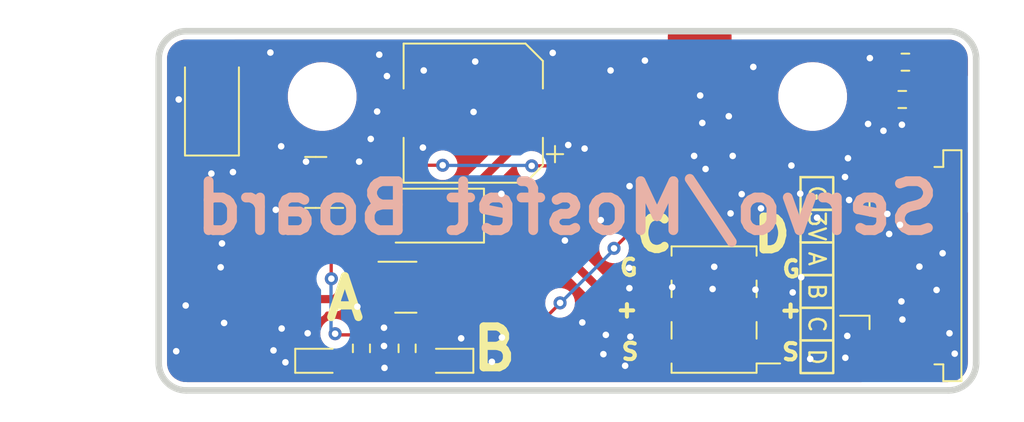
<source format=kicad_pcb>
(kicad_pcb (version 20211014) (generator pcbnew)
  (layers (0 "F.Cu" signal) (31 "B.Cu" signal) (34 "B.Paste" user) (35 "F.Paste" user) (36 "B.SilkS" user "B.Silkscreen") (37 "F.SilkS" user "F.Silkscreen") (38 "B.Mask" user) (39 "F.Mask" user) (44 "Edge.Cuts" user))
  (net 0 "")
  (net 1 "GND")
  (net 2 "Net-(D1-Pad2)")
  (net 3 "+VDC")
  (net 4 "Net-(D2-Pad2)")
  (net 5 "+3V3")
  (net 6 "Net-(D3-Pad2)")
  (net 7 "Net-(D4-Pad2)")
  (net 8 "/Thing 1")
  (net 9 "/Thing 2")
  (net 10 "/SERVO_4")
  (net 11 "/SERVO_2")
  (footprint "Diode_SMD:D_SMA" (layer "F.Cu") (at 143.256 75.216 90)
    (fp_text reference "D2" hide)
    (fp_text value "SX35_SCHOTTKY")
    (fp_line (start -3.4 -1.65) (end 2 -1.65) (layer "F.SilkS") (width 0.12))
    (fp_line (start -3.4 -1.65) (end -3.4 1.65) (layer "F.SilkS") (width 0.12))
    (fp_line (start -3.4 1.65) (end 2 1.65) (layer "F.SilkS") (width 0.12))
    (pad "1" smd rect (at -2 0 90) (size 2.5 1.8) (layers "F.Cu" "F.Paste" "F.Mask") (net 3 "+VDC"))
    (pad "2" smd rect (at 2 0 90) (size 2.5 1.8) (layers "F.Cu" "F.Paste" "F.Mask") (net 4 "Net-(D2-Pad2)"))
  )
  (footprint "Resistor_SMD:R_0603_1608Metric" (layer "F.Cu") (at 185.483 75.184)
    (fp_text reference "R2" hide)
    (fp_text value "10k")
    (fp_line (start -0.237258 0.5225) (end 0.237258 0.5225) (layer "F.SilkS") (width 0.12))
    (fp_line (start -0.237258 -0.5225) (end 0.237258 -0.5225) (layer "F.SilkS") (width 0.12))
    (pad "1" smd roundrect (at -0.825 0) (size 0.8 0.95) (layers "F.Cu" "F.Paste" "F.Mask") (net 1 "GND"))
    (pad "2" smd roundrect (at 0.825 0) (size 0.8 0.95) (layers "F.Cu" "F.Paste" "F.Mask") (net 8 "/Thing 1"))
  )
  (footprint "Resistor_SMD:R_0603_1608Metric" (layer "F.Cu") (at 155.194 90.424 90)
    (fp_text reference "R3" hide)
    (fp_text value "10k")
    (fp_line (start -0.237258 -0.5225) (end 0.237258 -0.5225) (layer "F.SilkS") (width 0.12))
    (fp_line (start -0.237258 0.5225) (end 0.237258 0.5225) (layer "F.SilkS") (width 0.12))
    (pad "1" smd roundrect (at -0.825 0 90) (size 0.8 0.95) (layers "F.Cu" "F.Paste" "F.Mask") (net 6 "Net-(D3-Pad2)"))
    (pad "2" smd roundrect (at 0.825 0 90) (size 0.8 0.95) (layers "F.Cu" "F.Paste" "F.Mask") (net 9 "/Thing 2"))
  )
  (footprint "Capacitor_SMD:CP_Elec_8x6.5" (layer "F.Cu") (at 159.24 76.02 180)
    (fp_text reference "C1" hide)
    (fp_text value "220uF")
    (fp_line (start -4.26 3.195563) (end -3.195563 4.26) (layer "F.SilkS") (width 0.12))
    (fp_line (start -5 -3.01) (end -5 -2.01) (layer "F.SilkS") (width 0.12))
    (fp_line (start -3.195563 -4.26) (end 4.26 -4.26) (layer "F.SilkS") (width 0.12))
    (fp_line (start -3.195563 4.26) (end 4.26 4.26) (layer "F.SilkS") (width 0.12))
    (fp_line (start -4.26 3.195563) (end -4.26 1.51) (layer "F.SilkS") (width 0.12))
    (fp_line (start -5.5 -2.51) (end -4.5 -2.51) (layer "F.SilkS") (width 0.12))
    (fp_line (start 4.26 4.26) (end 4.26 1.51) (layer "F.SilkS") (width 0.12))
    (fp_line (start 4.26 -4.26) (end 4.26 -1.51) (layer "F.SilkS") (width 0.12))
    (fp_line (start -4.26 -3.195563) (end -3.195563 -4.26) (layer "F.SilkS") (width 0.12))
    (fp_line (start -4.26 -3.195563) (end -4.26 -1.51) (layer "F.SilkS") (width 0.12))
    (pad "1" smd roundrect locked (at -3.05 0 180) (size 4 2.5) (layers "F.Cu" "F.Paste" "F.Mask") (roundrect_rratio 0.1) (net 3 "+VDC"))
    (pad "2" smd roundrect locked (at 3.05 0 180) (size 4 2.5) (layers "F.Cu" "F.Paste" "F.Mask") (roundrect_rratio 0.1) (net 1 "GND"))
  )
  (footprint "Connector_JST:JST_XH_2_VERTICAL" (layer "F.Cu") (at 174.84 76.43 90)
    (fp_text reference "J6")
    (fp_text value "Conn_01x02")
    (pad "1" smd roundrect (at 1.25 -5.25 90) (size 1.3 4.5) (layers "F.Cu" "F.Paste" "F.Mask") (roundrect_rratio 0.1) (net 3 "+VDC"))
    (pad "2" smd roundrect (at -1.25 -5.25 90) (size 1.3 4.5) (layers "F.Cu" "F.Paste" "F.Mask") (roundrect_rratio 0.1) (net 1 "GND"))
    (pad "MP" smd roundrect (at -4.45 -1.75 90) (size 1.8 3.9) (layers "F.Cu" "F.Paste" "F.Mask") (roundrect_rratio 0.1) (net 1 "GND"))
    (pad "MP" smd roundrect (at 4.45 -1.75 90) (size 1.8 3.9) (layers "F.Cu" "F.Paste" "F.Mask") (roundrect_rratio 0.1) (net 1 "GND"))
  )
  (footprint "Connector_JST:JST_XH_2_VERTICAL" (layer "F.Cu") (at 142.259742 86.16 -90)
    (fp_text reference "J1")
    (fp_text value "Conn_01x02")
    (pad "1" smd roundrect (at 1.25 -5.25 270) (size 1.3 4.5) (layers "F.Cu" "F.Paste" "F.Mask") (roundrect_rratio 0.1) (net 3 "+VDC"))
    (pad "2" smd roundrect (at -1.25 -5.25 270) (size 1.3 4.5) (layers "F.Cu" "F.Paste" "F.Mask") (roundrect_rratio 0.1) (net 4 "Net-(D2-Pad2)"))
    (pad "MP" smd roundrect (at 4.45 -1.75 270) (size 1.8 3.9) (layers "F.Cu" "F.Paste" "F.Mask") (roundrect_rratio 0.1) (net 1 "GND"))
    (pad "MP" smd roundrect (at -4.45 -1.75 270) (size 1.8 3.9) (layers "F.Cu" "F.Paste" "F.Mask") (roundrect_rratio 0.1) (net 1 "GND"))
  )
  (footprint "Resistor_SMD:R_0603_1608Metric" (layer "F.Cu") (at 185.674 72.898)
    (fp_text reference "R4" hide)
    (fp_text value "10k")
    (fp_line (start -0.237258 0.5225) (end 0.237258 0.5225) (layer "F.SilkS") (width 0.12))
    (fp_line (start -0.237258 -0.5225) (end 0.237258 -0.5225) (layer "F.SilkS") (width 0.12))
    (pad "1" smd roundrect (at -0.825 0) (size 0.8 0.95) (layers "F.Cu" "F.Paste" "F.Mask") (net 1 "GND"))
    (pad "2" smd roundrect (at 0.825 0) (size 0.8 0.95) (layers "F.Cu" "F.Paste" "F.Mask") (net 9 "/Thing 2"))
  )
  (footprint "MountingHole:MountingHole_3.2mm_M3_ISO14580" (layer "F.Cu") (at 150 75)
    (fp_text reference "H2")
    (fp_text value "MountingHole")
    (pad "" np_thru_hole circle (at 0 0) (size 3.2 3.2) (drill 3.2) (layers *.Cu *.Mask))
  )
  (footprint "Diode_SMD:D_SMA" (layer "F.Cu") (at 156.496 82.296 180)
    (fp_text reference "D4" hide)
    (fp_text value "SX35_SCHOTTKY")
    (fp_line (start -3.4 -1.65) (end 2 -1.65) (layer "F.SilkS") (width 0.12))
    (fp_line (start -3.4 1.65) (end 2 1.65) (layer "F.SilkS") (width 0.12))
    (fp_line (start -3.4 -1.65) (end -3.4 1.65) (layer "F.SilkS") (width 0.12))
    (pad "1" smd rect (at -2 0 180) (size 2.5 1.8) (layers "F.Cu" "F.Paste" "F.Mask") (net 3 "+VDC"))
    (pad "2" smd rect (at 2 0 180) (size 2.5 1.8) (layers "F.Cu" "F.Paste" "F.Mask") (net 7 "Net-(D4-Pad2)"))
  )
  (footprint "LED_SMD:LED_0603_1608Metric" (layer "F.Cu") (at 149.8345 91.186)
    (fp_text reference "D1" hide)
    (fp_text value "led_g")
    (fp_line (start 0.8 -0.735) (end -1.485 -0.735) (layer "F.SilkS") (width 0.12))
    (fp_line (start -1.485 0.735) (end 0.8 0.735) (layer "F.SilkS") (width 0.12))
    (fp_line (start -1.485 -0.735) (end -1.485 0.735) (layer "F.SilkS") (width 0.12))
    (pad "1" smd roundrect (at -0.7875 0) (size 0.875 0.95) (layers "F.Cu" "F.Paste" "F.Mask") (net 1 "GND"))
    (pad "2" smd roundrect (at 0.7875 0) (size 0.875 0.95) (layers "F.Cu" "F.Paste" "F.Mask") (net 2 "Net-(D1-Pad2)"))
  )
  (footprint "LED_SMD:LED_0603_1608Metric" (layer "F.Cu") (at 157.7595 91.186 180)
    (fp_text reference "D3" hide)
    (fp_text value "led_g")
    (fp_line (start 0.8 -0.735) (end -1.485 -0.735) (layer "F.SilkS") (width 0.12))
    (fp_line (start -1.485 0.735) (end 0.8 0.735) (layer "F.SilkS") (width 0.12))
    (fp_line (start -1.485 -0.735) (end -1.485 0.735) (layer "F.SilkS") (width 0.12))
    (pad "1" smd roundrect (at -0.7875 0 180) (size 0.875 0.95) (layers "F.Cu" "F.Paste" "F.Mask") (net 1 "GND"))
    (pad "2" smd roundrect (at 0.7875 0 180) (size 0.875 0.95) (layers "F.Cu" "F.Paste" "F.Mask") (net 6 "Net-(D3-Pad2)"))
  )
  (footprint "Resistor_SMD:R_0603_1608Metric" (layer "F.Cu") (at 152.4 90.424 90)
    (fp_text reference "R1" hide)
    (fp_text value "10k")
    (fp_line (start -0.237258 0.5225) (end 0.237258 0.5225) (layer "F.SilkS") (width 0.12))
    (fp_line (start -0.237258 -0.5225) (end 0.237258 -0.5225) (layer "F.SilkS") (width 0.12))
    (pad "1" smd roundrect (at -0.825 0 90) (size 0.8 0.95) (layers "F.Cu" "F.Paste" "F.Mask") (net 2 "Net-(D1-Pad2)"))
    (pad "2" smd roundrect (at 0.825 0 90) (size 0.8 0.95) (layers "F.Cu" "F.Paste" "F.Mask") (net 8 "/Thing 1"))
  )
  (footprint "MountingHole:MountingHole_3.2mm_M3_ISO14580" (layer "F.Cu") (at 180 75)
    (fp_text reference "H1")
    (fp_text value "MountingHole")
    (pad "" np_thru_hole circle (at 0 0) (size 3.2 3.2) (drill 3.2) (layers *.Cu *.Mask))
  )
  (footprint "Connector_FFC-FPC:TE_84952-6_1x06-1MP_P1.0mm_Horizontal" (layer "F.Cu") (at 184.39 85.36 90)
    (fp_text reference "J9" hide)
    (fp_text value "Conn_01x06_MountingPin")
    (fp_line (start -7.07 4.71) (end -7.07 3.6) (layer "F.SilkS") (width 0.12))
    (fp_line (start -3.065 -0.91) (end -3.065 -2.71) (layer "F.SilkS") (width 0.12))
    (fp_line (start -6.045 3.6) (end -6.045 3.06) (layer "F.SilkS") (width 0.12))
    (fp_line (start -7.07 3.6) (end -6.045 3.6) (layer "F.SilkS") (width 0.12))
    (fp_line (start 6.045 3.06) (end 6.045 3.6) (layer "F.SilkS") (width 0.12))
    (fp_line (start 3.065 -0.91) (end 3.89 -0.91) (layer "F.SilkS") (width 0.12))
    (fp_line (start 6.045 3.6) (end 7.07 3.6) (layer "F.SilkS") (width 0.12))
    (fp_line (start -3.89 -0.91) (end -3.065 -0.91) (layer "F.SilkS") (width 0.12))
    (fp_line (start 7.07 3.6) (end 7.07 4.71) (layer "F.SilkS") (width 0.12))
    (fp_line (start 7.07 4.71) (end -7.07 4.71) (layer "F.SilkS") (width 0.12))
    (pad "1" smd rect locked (at -2.5 -1.8 90) (size 0.61 2) (layers "F.Cu" "F.Paste" "F.Mask") (net 10 "/SERVO_4"))
    (pad "2" smd rect locked (at -1.5 -1.8 90) (size 0.61 2) (layers "F.Cu" "F.Paste" "F.Mask") (net 11 "/SERVO_2"))
    (pad "3" smd rect locked (at -0.5 -1.8 90) (size 0.61 2) (layers "F.Cu" "F.Paste" "F.Mask") (net 9 "/Thing 2"))
    (pad "4" smd rect locked (at 0.5 -1.8 90) (size 0.61 2) (layers "F.Cu" "F.Paste" "F.Mask") (net 8 "/Thing 1"))
    (pad "5" smd rect locked (at 1.5 -1.8 90) (size 0.61 2) (layers "F.Cu" "F.Paste" "F.Mask") (net 5 "+3V3"))
    (pad "6" smd rect locked (at 2.5 -1.8 90) (size 0.61 2) (layers "F.Cu" "F.Paste" "F.Mask") (net 1 "GND"))
    (pad "MP" smd rect locked (at -5.49 1 90) (size 2.68 3.6) (layers "F.Cu" "F.Paste" "F.Mask") (net 1 "GND"))
    (pad "MP" smd rect locked (at 5.49 1 90) (size 2.68 3.6) (layers "F.Cu" "F.Paste" "F.Mask") (net 1 "GND"))
  )
  (footprint "Connector_PinHeader_2.54mm:PinHeader_2x03_P2.54mm_Vertical_SMD" (layer "F.Cu") (at 173.97 88.05 180)
    (fp_text reference "J4" hide)
    (fp_text value "Servo Header x2")
    (fp_line (start -2.6 -1.78) (end -2.6 -0.76) (layer "F.SilkS") (width 0.12))
    (fp_line (start 2.6 3.3) (end 2.6 3.87) (layer "F.SilkS") (width 0.12))
    (fp_line (start 2.6 -1.78) (end 2.6 -0.76) (layer "F.SilkS") (width 0.12))
    (fp_line (start -2.6 3.87) (end 2.6 3.87) (layer "F.SilkS") (width 0.12))
    (fp_line (start -2.6 0.76) (end -2.6 1.78) (layer "F.SilkS") (width 0.12))
    (fp_line (start -2.6 -3.87) (end 2.6 -3.87) (layer "F.SilkS") (width 0.12))
    (fp_line (start -4.04 -3.3) (end -2.6 -3.3) (layer "F.SilkS") (width 0.12))
    (fp_line (start -2.6 3.3) (end -2.6 3.87) (layer "F.SilkS") (width 0.12))
    (fp_line (start 2.6 0.76) (end 2.6 1.78) (layer "F.SilkS") (width 0.12))
    (fp_line (start 2.6 -3.87) (end 2.6 -3.3) (layer "F.SilkS") (width 0.12))
    (fp_line (start -2.6 -3.87) (end -2.6 -3.3) (layer "F.SilkS") (width 0.12))
    (pad "1" smd rect (at -2.525 -2.54 180) (size 3.15 1) (layers "F.Cu" "F.Paste" "F.Mask") (net 10 "/SERVO_4"))
    (pad "2" smd rect (at 2.525 -2.54 180) (size 3.15 1) (layers "F.Cu" "F.Paste" "F.Mask") (net 11 "/SERVO_2"))
    (pad "3" smd rect (at -2.525 0 180) (size 3.15 1) (layers "F.Cu" "F.Paste" "F.Mask") (net 3 "+VDC"))
    (pad "4" smd rect (at 2.525 0 180) (size 3.15 1) (layers "F.Cu" "F.Paste" "F.Mask") (net 3 "+VDC"))
    (pad "5" smd rect (at -2.525 2.54 180) (size 3.15 1) (layers "F.Cu" "F.Paste" "F.Mask") (net 1 "GND"))
    (pad "6" smd rect (at 2.525 2.54 180) (size 3.15 1) (layers "F.Cu" "F.Paste" "F.Mask") (net 1 "GND"))
  )
  (footprint "Connector_JST:JST_XH_2_VERTICAL" (layer "F.Cu") (at 165.72 86.38 90)
    (fp_text reference "J2")
    (fp_text value "Conn_01x02")
    (pad "1" smd roundrect (at 1.25 -5.25 90) (size 1.3 4.5) (layers "F.Cu" "F.Paste" "F.Mask") (roundrect_rratio 0.1) (net 3 "+VDC"))
    (pad "2" smd roundrect (at -1.25 -5.25 90) (size 1.3 4.5) (layers "F.Cu" "F.Paste" "F.Mask") (roundrect_rratio 0.1) (net 7 "Net-(D4-Pad2)"))
    (pad "MP" smd roundrect (at 4.45 -1.75 90) (size 1.8 3.9) (layers "F.Cu" "F.Paste" "F.Mask") (roundrect_rratio 0.1) (net 1 "GND"))
    (pad "MP" smd roundrect (at -4.45 -1.75 90) (size 1.8 3.9) (layers "F.Cu" "F.Paste" "F.Mask") (roundrect_rratio 0.1) (net 1 "GND"))
  )
  (footprint "Package_TO_SOT_SMD:SOT-23" (layer "F.Cu") (at 149.606 80.264 180)
    (fp_text reference "Q1" hide)
    (fp_text value "LOW PWR FET")
    (fp_line (start 0 1.56) (end 0.65 1.56) (layer "F.SilkS") (width 0.12))
    (fp_line (start 0 -1.56) (end -1.675 -1.56) (layer "F.SilkS") (width 0.12))
    (fp_line (start 0 -1.56) (end 0.65 -1.56) (layer "F.SilkS") (width 0.12))
    (fp_line (start 0 1.56) (end -0.65 1.56) (layer "F.SilkS") (width 0.12))
    (pad "1" smd roundrect (at -0.9375 -0.95 180) (size 1.475 0.6) (layers "F.Cu" "F.Paste" "F.Mask") (net 8 "/Thing 1"))
    (pad "2" smd roundrect (at -0.9375 0.95 180) (size 1.475 0.6) (layers "F.Cu" "F.Paste" "F.Mask") (net 1 "GND"))
    (pad "3" smd roundrect (at 0.9375 0 180) (size 1.475 0.6) (layers "F.Cu" "F.Paste" "F.Mask") (net 4 "Net-(D2-Pad2)"))
  )
  (footprint "Package_TO_SOT_SMD:SOT-23" (layer "F.Cu") (at 155.1155 86.68)
    (fp_text reference "Q2" hide)
    (fp_text value "LOW PWR FET")
    (fp_line (start 0 -1.56) (end 0.65 -1.56) (layer "F.SilkS") (width 0.12))
    (fp_line (start 0 1.56) (end 0.65 1.56) (layer "F.SilkS") (width 0.12))
    (fp_line (start 0 -1.56) (end -1.675 -1.56) (layer "F.SilkS") (width 0.12))
    (fp_line (start 0 1.56) (end -0.65 1.56) (layer "F.SilkS") (width 0.12))
    (pad "1" smd roundrect (at -0.9375 -0.95) (size 1.475 0.6) (layers "F.Cu" "F.Paste" "F.Mask") (net 9 "/Thing 2"))
    (pad "2" smd roundrect (at -0.9375 0.95) (size 1.475 0.6) (layers "F.Cu" "F.Paste" "F.Mask") (net 1 "GND"))
    (pad "3" smd roundrect (at 0.9375 0) (size 1.475 0.6) (layers "F.Cu" "F.Paste" "F.Mask") (net 7 "Net-(D4-Pad2)"))
  )
  (gr_rect (start 179.26 81.94) (end 181.26 83.94) (layer "F.SilkS") (width 0.15) (fill none))
  (gr_rect (start 179.26 83.94) (end 181.26 85.94) (layer "F.SilkS") (width 0.15) (fill none))
  (gr_rect (start 179.26 87.94) (end 181.26 89.94) (layer "F.SilkS") (width 0.15) (fill none))
  (gr_rect (start 179.26 85.94) (end 181.26 87.94) (layer "F.SilkS") (width 0.15) (fill none))
  (gr_rect (start 179.26 89.94) (end 181.26 91.94) (layer "F.SilkS") (width 0.15) (fill none))
  (gr_rect (start 179.26 79.94) (end 181.26 81.94) (layer "F.SilkS") (width 0.15) (fill none))
  (gr_arc (start 140 72.68995) (mid 140.494975 71.494975) (end 141.68995 71) (layer "Edge.Cuts") (width 0.4))
  (gr_line (start 188.31005 71) (end 141.68995 71) (layer "Edge.Cuts") (width 0.4))
  (gr_line (start 188.31005 93) (end 141.68995 93) (layer "Edge.Cuts") (width 0.4))
  (gr_line (start 140 72.68995) (end 140 91.31005) (layer "Edge.Cuts") (width 0.4))
  (gr_arc (start 188.31005 71) (mid 189.505025 71.494975) (end 190 72.68995) (layer "Edge.Cuts") (width 0.4))
  (gr_arc (start 141.68995 93) (mid 140.494975 92.505025) (end 140 91.31005) (layer "Edge.Cuts") (width 0.4))
  (gr_arc (start 190 91.31005) (mid 189.505025 92.505025) (end 188.31005 93) (layer "Edge.Cuts") (width 0.4))
  (gr_line (start 190 72.68995) (end 190 91.31005) (layer "Edge.Cuts") (width 0.4))
  (gr_text "Servo/Mosfet Board" (at 164.98 81.83) (layer "B.SilkS") (effects (font (size 3 3) (thickness 0.6)) (justify mirror)))
  (gr_text "+" (at 178.65 88.05) (layer "F.SilkS") (effects (font (size 1 1) (thickness 0.25))))
  (gr_text "A" (at 180.26 84.94 270) (layer "F.SilkS") (effects (font (size 1 1))))
  (gr_text "G" (at 178.69 85.57) (layer "F.SilkS") (effects (font (size 1 1) (thickness 0.25))))
  (gr_text "B" (at 160.528 90.451) (layer "F.SilkS") (effects (font (size 2.5 2.5) (thickness 0.5))))
  (gr_text "+" (at 168.64 88.03) (layer "F.SilkS") (effects (font (size 1 1) (thickness 0.25))))
  (gr_text "S" (at 168.83 90.63) (layer "F.SilkS") (effects (font (size 1 1) (thickness 0.25))))
  (gr_text "G" (at 168.75 85.48) (layer "F.SilkS") (effects (font (size 1 1) (thickness 0.25))))
  (gr_text "A" (at 151.384 87.376) (layer "F.SilkS") (effects (font (size 2.5 2.5) (thickness 0.5))))
  (gr_text "C" (at 170.32 83.44) (layer "F.SilkS") (effects (font (size 2 2) (thickness 0.5))))
  (gr_text "G" (at 180.26 80.94 270) (layer "F.SilkS") (effects (font (size 1 1))))
  (gr_text "S" (at 178.65 90.65) (layer "F.SilkS") (effects (font (size 1 1) (thickness 0.25))))
  (gr_text "D\n" (at 177.52 83.46) (layer "F.SilkS") (effects (font (size 2 2) (thickness 0.5))))
  (gr_text "C" (at 180.26 88.94 270) (layer "F.SilkS") (effects (font (size 1 1))))
  (gr_text "D" (at 180.26 90.94 270) (layer "F.SilkS") (effects (font (size 1 1))))
  (gr_text "3V" (at 180.26 82.94 270) (layer "F.SilkS") (effects (font (size 1 1))))
  (gr_text "B" (at 180.26 86.94 270) (layer "F.SilkS") (effects (font (size 1 1))))
  (via (at 169.74 72.8) (size 0.8) (drill 0.4) (layers "F.Cu" "B.Cu") (net 1))
  (via (at 173.45 79.44) (size 0.8) (drill 0.4) (layers "F.Cu" "B.Cu") (net 1))
  (via (at 158.5 89.81) (size 0.8) (drill 0.4) (layers "F.Cu" "B.Cu") (net 1))
  (via (at 168.85 89.71) (size 0.8) (drill 0.4) (layers "F.Cu" "B.Cu") (net 1))
  (via (at 182.118 89.662) (size 0.8) (drill 0.4) (layers "F.Cu" "B.Cu") (net 1))
  (via (at 149.11 89.5) (size 0.8) (drill 0.4) (layers "F.Cu" "B.Cu") (net 1))
  (via (at 164.1 72.33) (size 0.8) (drill 0.4) (layers "F.Cu" "B.Cu") (net 1))
  (via (at 185.34 82.86) (size 0.8) (drill 0.4) (layers "F.Cu" "B.Cu") (net 1))
  (via (at 171.41 86.68) (size 0.8) (drill 0.4) (layers "F.Cu" "B.Cu") (net 1))
  (via (at 152.15 87.87) (size 0.8) (drill 0.4) (layers "F.Cu" "B.Cu") (net 1))
  (via (at 167.64 73.406) (size 0.8) (drill 0.4) (layers "F.Cu" "B.Cu") (net 1))
  (via (at 184.68 83.42) (size 0.8) (drill 0.4) (layers "F.Cu" "B.Cu") (net 1))
  (via (at 147.52 89.21) (size 0.8) (drill 0.4) (layers "F.Cu" "B.Cu") (net 1))
  (via (at 165.91 88.84) (size 0.8) (drill 0.4) (layers "F.Cu" "B.Cu") (net 1))
  (via (at 147.02 90.55) (size 0.8) (drill 0.4) (layers "F.Cu" "B.Cu") (net 1))
  (via (at 147.75 91.28) (size 0.8) (drill 0.4) (layers "F.Cu" "B.Cu") (net 1))
  (via (at 184.57 82.19) (size 0.8) (drill 0.4) (layers "F.Cu" "B.Cu") (net 1))
  (via (at 188.69 90.75) (size 0.8) (drill 0.4) (layers "F.Cu" "B.Cu") (net 1))
  (via (at 180.27 82.42) (size 0.8) (drill 0.4) (layers "F.Cu" "B.Cu") (net 1))
  (via (at 153.78 90.28) (size 0.8) (drill 0.4) (layers "F.Cu" "B.Cu") (net 1))
  (via (at 182.16 78.78) (size 0.8) (drill 0.4) (layers "F.Cu" "B.Cu") (net 1))
  (via (at 156.16 78.13) (size 0.8) (drill 0.4) (layers "F.Cu" "B.Cu") (net 1))
  (via (at 164.846 83.82) (size 0.8) (drill 0.4) (layers "F.Cu" "B.Cu") (net 1))
  (via (at 185.49 88.66) (size 0.8) (drill 0.4) (layers "F.Cu" "B.Cu") (net 1))
  (via (at 173.25 76.62) (size 0.8) (drill 0.4) (layers "F.Cu" "B.Cu") (net 1))
  (via (at 168.79 86.74) (size 0.8) (drill 0.4) (layers "F.Cu" "B.Cu") (net 1))
  (via (at 152.26 78.99) (size 0.8) (drill 0.4) (layers "F.Cu" "B.Cu") (net 1))
  (via (at 152.97 77.6) (size 0.8) (drill 0.4) (layers "F.Cu" "B.Cu") (net 1))
  (via (at 144 88.87) (size 0.8) (drill 0.4) (layers "F.Cu" "B.Cu") (net 1))
  (via (at 160.96 80.96) (size 0.8) (drill 0.4) (layers "F.Cu" "B.Cu") (net 1))
  (via (at 187.95 84.6) (size 0.8) (drill 0.4) (layers "F.Cu" "B.Cu") (net 1))
  (via (at 159.36 72.86) (size 0.8) (drill 0.4) (layers "F.Cu" "B.Cu") (net 1))
  (via (at 182.23 81.34) (size 0.8) (drill 0.4) (layers "F.Cu" "B.Cu") (net 1))
  (via (at 168.8 80.49) (size 0.8) (drill 0.4) (layers "F.Cu" "B.Cu") (net 1))
  (via (at 179.85 91.07) (size 0.8) (drill 0.4) (layers "F.Cu" "B.Cu") (net 1))
  (via (at 153.78 89.16) (size 0.8) (drill 0.4) (layers "F.Cu" "B.Cu") (net 1))
  (via (at 141.224 75.184) (size 0.8) (drill 0.4) (layers "F.Cu" "B.Cu") (net 1))
  (via (at 188.37 89.5) (size 0.8) (drill 0.4) (layers "F.Cu" "B.Cu") (net 1))
  (via (at 186.53 85.42) (size 0.8) (drill 0.4) (layers "F.Cu" "B.Cu") (net 1))
  (via (at 146.83 72.31) (size 0.8) (drill 0.4) (layers "F.Cu" "B.Cu") (net 1))
  (via (at 144.54 79.63) (size 0.8) (drill 0.4) (layers "F.Cu" "B.Cu") (net 1))
  (via (at 185.46 76.73) (size 0.8) (drill 0.4) (layers "F.Cu" "B.Cu") (net 1))
  (via (at 182 91) (size 0.8) (drill 0.4) (layers "F.Cu" "B.Cu") (net 1))
  (via (at 175.11 78.64) (size 0.8) (drill 0.4) (layers "F.Cu" "B.Cu") (net 1))
  (via (at 183.39 76.68) (size 0.8) (drill 0.4) (layers "F.Cu" "B.Cu") (net 1))
  (via (at 143.87 84) (size 0.8) (drill 0.4) (layers "F.Cu" "B.Cu") (net 1))
  (via (at 166.05 78.19) (size 0.8) (drill 0.4) (layers "F.Cu" "B.Cu") (net 1))
  (via (at 167.04 82.57) (size 0.8) (drill 0.4) (layers "F.Cu" "B.Cu") (net 1))
  (via (at 184.33 77.1) (size 0.8) (drill 0.4) (layers "F.Cu" "B.Cu") (net 1))
  (via (at 153.36 75.92) (size 0.8) (drill 0.4) (layers "F.Cu" "B.Cu") (net 1))
  (via (at 149.01 78.99) (size 0.8) (drill 0.4) (layers "F.Cu" "B.Cu") (net 1))
  (via (at 173.12 74.94) (size 0.8) (drill 0.4) (layers "F.Cu" "B.Cu") (net 1))
  (via (at 179.3 86.07) (size 0.8) (drill 0.4) (layers "F.Cu" "B.Cu") (net 1))
  (via (at 168.77 85.5) (size 0.8) (drill 0.4) (layers "F.Cu" "B.Cu") (net 1))
  (via (at 153.96 73.75) (size 0.8) (drill 0.4) (layers "F.Cu" "B.Cu") (net 1))
  (via (at 168.53 91.49) (size 0.8) (drill 0.4) (layers "F.Cu" "B.Cu") (net 1))
  (via (at 183.5 72.65) (size 0.8) (drill 0.4) (layers "F.Cu" "B.Cu") (net 1))
  (via (at 176.5 86.83) (size 0.8) (drill 0.4) (layers "F.Cu" "B.Cu") (net 1))
  (via (at 176.37 73.19) (size 0.8) (drill 0.4) (layers "F.Cu" "B.Cu") (net 1))
  (via (at 178.78 87) (size 0.8) (drill 0.4) (layers "F.Cu" "B.Cu") (net 1))
  (via (at 181.98 79.93) (size 0.8) (drill 0.4) (layers "F.Cu" "B.Cu") (net 1))
  (via (at 179.24 80.95) (size 0.8) (drill 0.4) (layers "F.Cu" "B.Cu") (net 1))
  (via (at 160.99 89.76) (size 0.8) (drill 0.4) (layers "F.Cu" "B.Cu") (net 1))
  (via (at 143.22 79.72) (size 0.8) (drill 0.4) (layers "F.Cu" "B.Cu") (net 1))
  (via (at 153.49 72.44) (size 0.8) (drill 0.4) (layers "F.Cu" "B.Cu") (net 1))
  (via (at 176.84 81.85) (size 0.8) (drill 0.4) (layers "F.Cu" "B.Cu") (net 1))
  (via (at 172.75 78.64) (size 0.8) (drill 0.4) (layers "F.Cu" "B.Cu") (net 1))
  (via (at 143.79 85.46) (size 0.8) (drill 0.4) (layers "F.Cu" "B.Cu") (net 1))
  (via (at 173.98 85.43) (size 0.8) (drill 0.4) (layers "F.Cu" "B.Cu") (net 1))
  (via (at 159.258 75.946) (size 0.8) (drill 0.4) (layers "F.Cu" "B.Cu") (net 1))
  (via (at 156.21 73.406) (size 0.8) (drill 0.4) (layers "F.Cu" "B.Cu") (net 1))
  (via (at 185.43 87.55) (size 0.8) (drill 0.4) (layers "F.Cu" "B.Cu") (net 1))
  (via (at 178.7 79.23) (size 0.8) (drill 0.4) (layers "F.Cu" "B.Cu") (net 1))
  (via (at 173.88 86.79) (size 0.8) (drill 0.4) (layers "F.Cu" "B.Cu") (net 1))
  (via (at 167.35 89.6) (size 0.8) (drill 0.4) (layers "F.Cu" "B.Cu") (net 1))
  (via (at 187.58 86.85) (size 0.8) (drill 0.4) (layers "F.Cu" "B.Cu") (net 1))
  (via (at 141.65 87.8) (size 0.8) (drill 0.4) (layers "F.Cu" "B.Cu") (net 1))
  (via (at 147.16 81.94) (size 0.8) (drill 0.4) (layers "F.Cu" "B.Cu") (net 1))
  (via (at 153.81 91.62) (size 0.8) (drill 0.4) (layers "F.Cu" "B.Cu") (net 1))
  (via (at 175.66 80.98) (size 0.8) (drill 0.4) (layers "F.Cu" "B.Cu") (net 1))
  (via (at 141.07 90.6) (size 0.8) (drill 0.4) (layers "F.Cu" "B.Cu") (net 1))
  (via (at 147.49 78.05) (size 0.8) (drill 0.4) (layers "F.Cu" "B.Cu") (net 1))
  (via (at 174.87 76.21) (size 0.8) (drill 0.4) (layers "F.Cu" "B.Cu") (net 1))
  (via (at 160.38 91.25) (size 0.8) (drill 0.4) (layers "F.Cu" "B.Cu") (net 1))
  (via (at 167.2 90.78) (size 0.8) (drill 0.4) (layers "F.Cu" "B.Cu") (net 1))
  (via (at 174.98 82.16) (size 0.8) (drill 0.4) (layers "F.Cu" "B.Cu") (net 1))
  (via (at 165.05 77.97) (size 0.8) (drill 0.4) (layers "F.Cu" "B.Cu") (net 1))
  (segment (start 150.622 91.186) (end 152.337 91.186) (width 0.2) (layer "F.Cu") (net 2))
  (segment (start 152.337 91.186) (end 152.4 91.249) (width 0.2) (layer "F.Cu") (net 2))
  (segment (start 160.49 85.15) (end 160.47 85.13) (width 0.5) (layer "F.Cu") (net 3))
  (segment (start 156.195511 81.965511) (end 156.526 82.296) (width 0.5) (layer "F.Cu") (net 3))
  (segment (start 160.47 85.13) (end 160.47 82.78) (width 0.5) (layer "F.Cu") (net 3))
  (segment (start 143.256 77.216) (end 142.144 77.216) (width 0.5) (layer "F.Cu") (net 3))
  (segment (start 176.495 88.05) (end 171.445 88.05) (width 0.5) (layer "F.Cu") (net 3))
  (segment (start 165.505 76.02) (end 166.355 75.17) (width 0.5) (layer "F.Cu") (net 3))
  (segment (start 160.47 82.78) (end 159.986 82.296) (width 0.5) (layer "F.Cu") (net 3))
  (segment (start 147.212484 87.707258) (end 147.509742 87.41) (width 0.5) (layer "F.Cu") (net 3))
  (segment (start 152.654 85.516) (end 152.654 81.296) (width 0.5) (layer "F.Cu") (net 3))
  (segment (start 158.496 82.296) (end 158.496 81.344) (width 0.5) (layer "F.Cu") (net 3))
  (segment (start 171.445 88.05) (end 168.22 88.05) (width 0.5) (layer "F.Cu") (net 3))
  (segment (start 153.19 80.76) (end 155.81 80.76) (width 0.5) (layer "F.Cu") (net 3))
  (segment (start 159.986 82.296) (end 158.496 82.296) (width 0.5) (layer "F.Cu") (net 3))
  (segment (start 156.526 82.296) (end 158.496 82.296) (width 0.5) (layer "F.Cu") (net 3))
  (segment (start 150.76 87.41) (end 152.654 85.516) (width 0.5) (layer "F.Cu") (net 3))
  (segment (start 166.355 75.17) (end 169.58 75.17) (width 0.5) (layer "F.Cu") (net 3))
  (segment (start 141.610222 77.749778) (end 141.610222 85.310222) (width 0.5) (layer "F.Cu") (net 3))
  (segment (start 168.22 88.05) (end 165.32 85.15) (width 0.5) (layer "F.Cu") (net 3))
  (segment (start 169.58 75.17) (end 169.59 75.18) (width 0.5) (layer "F.Cu") (net 3))
  (segment (start 152.654 81.296) (end 153.19 80.76) (width 0.5) (layer "F.Cu") (net 3))
  (segment (start 141.610222 85.310222) (end 144.007258 87.707258) (width 0.5) (layer "F.Cu") (net 3))
  (segment (start 162.29 77.55) (end 162.29 76.02) (width 0.5) (layer "F.Cu") (net 3))
  (segment (start 162.29 76.02) (end 165.505 76.02) (width 0.5) (layer "F.Cu") (net 3))
  (segment (start 156.195511 81.145511) (end 156.195511 81.965511) (width 0.5) (layer "F.Cu") (net 3))
  (segment (start 165.32 85.15) (end 160.49 85.15) (width 0.5) (layer "F.Cu") (net 3))
  (segment (start 155.81 80.76) (end 156.195511 81.145511) (width 0.5) (layer "F.Cu") (net 3))
  (segment (start 147.509742 87.41) (end 150.76 87.41) (width 0.5) (layer "F.Cu") (net 3))
  (segment (start 158.496 81.344) (end 162.29 77.55) (width 0.5) (layer "F.Cu") (net 3))
  (segment (start 142.144 77.216) (end 141.610222 77.749778) (width 0.5) (layer "F.Cu") (net 3))
  (segment (start 144.007258 87.707258) (end 147.212484 87.707258) (width 0.5) (layer "F.Cu") (net 3))
  (segment (start 147.484 80.264) (end 148.6685 80.264) (width 0.5) (layer "F.Cu") (net 4))
  (segment (start 143.256 73.216) (end 145.296 73.216) (width 0.5) (layer "F.Cu") (net 4))
  (segment (start 148.6685 80.264) (end 148.6685 82.7115) (width 0.5) (layer "F.Cu") (net 4))
  (segment (start 145.84 73.76) (end 145.84 78.62) (width 0.5) (layer "F.Cu") (net 4))
  (segment (start 145.84 78.62) (end 147.484 80.264) (width 0.5) (layer "F.Cu") (net 4))
  (segment (start 148.6685 82.7115) (end 147.509742 83.870258) (width 0.5) (layer "F.Cu") (net 4))
  (segment (start 147.509742 83.870258) (end 147.509742 84.91) (width 0.5) (layer "F.Cu") (net 4))
  (segment (start 145.296 73.216) (end 145.84 73.76) (width 0.5) (layer "F.Cu") (net 4))
  (segment (start 156.909 91.249) (end 156.972 91.186) (width 0.2) (layer "F.Cu") (net 6))
  (segment (start 155.194 91.249) (end 156.909 91.249) (width 0.2) (layer "F.Cu") (net 6))
  (segment (start 160.46 87.64) (end 156.4 87.64) (width 0.5) (layer "F.Cu") (net 7))
  (segment (start 156.053 85.441) (end 156.053 86.68) (width 0.5) (layer "F.Cu") (net 7))
  (segment (start 156.4 87.64) (end 156.053 87.293) (width 0.5) (layer "F.Cu") (net 7))
  (segment (start 156.053 87.293) (end 156.053 86.68) (width 0.5) (layer "F.Cu") (net 7))
  (segment (start 154.496 82.296) (end 154.496 83.884) (width 0.5) (layer "F.Cu") (net 7))
  (segment (start 160.47 87.63) (end 160.46 87.64) (width 0.5) (layer "F.Cu") (net 7))
  (segment (start 154.496 83.884) (end 156.053 85.441) (width 0.5) (layer "F.Cu") (net 7))
  (segment (start 188.58 76.44) (end 188.58 81.314994) (width 0.2) (layer "F.Cu") (net 8))
  (segment (start 181.04 84.86) (end 182.59 84.86) (width 0.2) (layer "F.Cu") (net 8))
  (segment (start 150.55 86.15) (end 150.55 81.2205) (width 0.2) (layer "F.Cu") (net 8))
  (segment (start 150.79 89.53) (end 150.859 89.599) (width 0.2) (layer "F.Cu") (net 8))
  (segment (start 188.58 81.314994) (end 185.034994 84.86) (width 0.2) (layer "F.Cu") (net 8))
  (segment (start 162.814 79.248) (end 166.108 79.248) (width 0.2) (layer "F.Cu") (net 8))
  (segment (start 150.859 89.599) (end 152.4 89.599) (width 0.2) (layer "F.Cu") (net 8))
  (segment (start 151.704 81.214) (end 150.5435 81.214) (width 0.2) (layer "F.Cu") (net 8))
  (segment (start 150.56 86.16) (end 150.55 86.15) (width 0.2) (layer "F.Cu") (net 8))
  (segment (start 170.10048 83.24048) (end 179.42048 83.24048) (width 0.2) (layer "F.Cu") (net 8))
  (segment (start 153.708 79.21) (end 151.704 81.214) (width 0.2) (layer "F.Cu") (net 8))
  (segment (start 186.308 75.184) (end 187.324 75.184) (width 0.2) (layer "F.Cu") (net 8))
  (segment (start 179.42048 83.24048) (end 181.04 84.86) (width 0.2) (layer "F.Cu") (net 8))
  (segment (start 157.37 79.21) (end 153.708 79.21) (width 0.2) (layer "F.Cu") (net 8))
  (segment (start 166.108 79.248) (end 170.10048 83.24048) (width 0.2) (layer "F.Cu") (net 8))
  (segment (start 150.55 81.2205) (end 150.5435 81.214) (width 0.2) (layer "F.Cu") (net 8))
  (segment (start 185.034994 84.86) (end 182.59 84.86) (width 0.2) (layer "F.Cu") (net 8))
  (segment (start 187.324 75.184) (end 188.58 76.44) (width 0.2) (layer "F.Cu") (net 8))
  (via (at 157.37 79.21) (size 0.8) (drill 0.4) (layers "F.Cu" "B.Cu") (net 8))
  (via (at 150.79 89.53) (size 0.8) (drill 0.4) (layers "F.Cu" "B.Cu") (net 8))
  (via (at 162.814 79.248) (size 0.8) (drill 0.4) (layers "F.Cu" "B.Cu") (net 8))
  (via (at 150.56 86.16) (size 0.8) (drill 0.4) (layers "F.Cu" "B.Cu") (net 8))
  (segment (start 150.56 86.16) (end 150.54 86.18) (width 0.2) (layer "B.Cu") (net 8))
  (segment (start 162.786 79.22) (end 157.38 79.22) (width 0.2) (layer "B.Cu") (net 8))
  (segment (start 150.54 89.28) (end 150.79 89.53) (width 0.2) (layer "B.Cu") (net 8))
  (segment (start 157.38 79.22) (end 157.37 79.21) (width 0.2) (layer "B.Cu") (net 8))
  (segment (start 162.814 79.248) (end 162.786 79.22) (width 0.2) (layer "B.Cu") (net 8))
  (segment (start 150.54 86.18) (end 150.54 89.28) (width 0.2) (layer "B.Cu") (net 8))
  (segment (start 164.55 87.66) (end 163.52 88.69) (width 0.2) (layer "F.Cu") (net 9))
  (segment (start 167.85 84.3) (end 168.51 83.64) (width 0.2) (layer "F.Cu") (net 9))
  (segment (start 164.55 87.64) (end 164.55 87.66) (width 0.2) (layer "F.Cu") (net 9))
  (segment (start 184.6 85.86) (end 182.59 85.86) (width 0.2) (layer "F.Cu") (net 9))
  (segment (start 157 88.69) (end 156.091 89.599) (width 0.2) (layer "F.Cu") (net 9))
  (segment (start 168.51 83.64) (end 178.79 83.64) (width 0.2) (layer "F.Cu") (net 9))
  (segment (start 163.52 88.69) (end 157 88.69) (width 0.2) (layer "F.Cu") (net 9))
  (segment (start 187.518 72.898) (end 188.979519 74.359519) (width 0.2) (layer "F.Cu") (net 9))
  (segment (start 181.01 85.86) (end 182.59 85.86) (width 0.2) (layer "F.Cu") (net 9))
  (segment (start 178.79 83.64) (end 181.01 85.86) (width 0.2) (layer "F.Cu") (net 9))
  (segment (start 188.979519 74.359519) (end 188.979519 81.480481) (width 0.2) (layer "F.Cu") (net 9))
  (segment (start 155.21502 89.57798) (end 155.21502 87.26502) (width 0.2) (layer "F.Cu") (net 9))
  (segment (start 156.091 89.599) (end 155.194 89.599) (width 0.2) (layer "F.Cu") (net 9))
  (segment (start 155.194 89.599) (end 155.21502 89.57798) (width 0.2) (layer "F.Cu") (net 9))
  (segment (start 155.21502 87.26502) (end 154.178 86.228) (width 0.2) (layer "F.Cu") (net 9))
  (segment (start 186.499 72.898) (end 187.518 72.898) (width 0.2) (layer "F.Cu") (net 9))
  (segment (start 154.178 86.228) (end 154.178 85.73) (width 0.2) (layer "F.Cu") (net 9))
  (segment (start 188.979519 81.480481) (end 184.6 85.86) (width 0.2) (layer "F.Cu") (net 9))
  (via (at 167.85 84.3) (size 0.8) (drill 0.4) (layers "F.Cu" "B.Cu") (net 9))
  (via (at 164.55 87.64) (size 0.8) (drill 0.4) (layers "F.Cu" "B.Cu") (net 9))
  (segment (start 167.85 84.3) (end 167.85 84.37) (width 0.2) (layer "B.Cu") (net 9))
  (segment (start 164.58 87.64) (end 164.55 87.64) (width 0.2) (layer "B.Cu") (net 9))
  (segment (start 167.85 84.37) (end 164.58 87.64) (width 0.2) (layer "B.Cu") (net 9))
  (segment (start 181.15 87.86) (end 182.59 87.86) (width 0.2) (layer "F.Cu") (net 10))
  (segment (start 178.42 90.59) (end 181.15 87.86) (width 0.2) (layer "F.Cu") (net 10))
  (segment (start 176.495 90.59) (end 178.42 90.59) (width 0.2) (layer "F.Cu") (net 10))
  (segment (start 178.84 89.13) (end 181.11 86.86) (width 0.2) (layer "F.Cu") (net 11))
  (segment (start 171.445 90.59) (end 171.445 89.655) (width 0.2) (layer "F.Cu") (net 11))
  (segment (start 171.97 89.13) (end 178.84 89.13) (width 0.2) (layer "F.Cu") (net 11))
  (segment (start 171.445 89.655) (end 171.97 89.13) (width 0.2) (layer "F.Cu") (net 11))
  (segment (start 181.11 86.86) (end 182.59 86.86) (width 0.2) (layer "F.Cu") (net 11))
  (zone (net 1) (net_name "GND") (layer "F.Cu") (connect_pads (clearance 0.508)) (min_thickness 0.254) (fill yes (thermal_gap 0.508) (thermal_bridge_width 0.508))
    (polygon (pts (xy 190 93) (xy 140 93) (xy 140 71) (xy 190 71)))
  )
  (zone (net 1) (net_name "GND") (layer "B.Cu") (connect_pads (clearance 0.508)) (min_thickness 0.254) (fill yes (thermal_gap 0.508) (thermal_bridge_width 0.508))
    (polygon (pts (xy 190 93) (xy 140 93) (xy 140 71) (xy 190 71)))
  )
)
</source>
